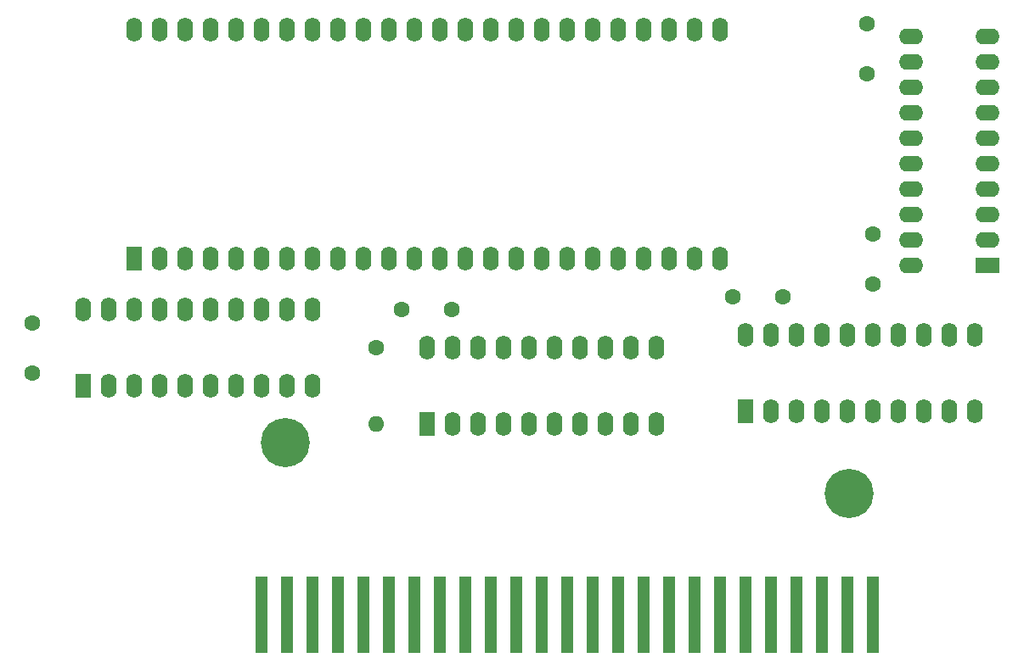
<source format=gbs>
G04 #@! TF.GenerationSoftware,KiCad,Pcbnew,(6.0.9)*
G04 #@! TF.CreationDate,2023-05-01T17:42:56+02:00*
G04 #@! TF.ProjectId,05_Cartucho_MSX_Tang_Nano_9k_Mapper,30355f43-6172-4747-9563-686f5f4d5358,rev?*
G04 #@! TF.SameCoordinates,Original*
G04 #@! TF.FileFunction,Soldermask,Bot*
G04 #@! TF.FilePolarity,Negative*
%FSLAX46Y46*%
G04 Gerber Fmt 4.6, Leading zero omitted, Abs format (unit mm)*
G04 Created by KiCad (PCBNEW (6.0.9)) date 2023-05-01 17:42:56*
%MOMM*%
%LPD*%
G01*
G04 APERTURE LIST*
%ADD10C,1.600000*%
%ADD11R,1.600000X2.400000*%
%ADD12O,1.600000X2.400000*%
%ADD13C,4.900000*%
%ADD14R,1.270000X7.620000*%
%ADD15O,1.600000X1.600000*%
%ADD16R,2.400000X1.600000*%
%ADD17O,2.400000X1.600000*%
G04 APERTURE END LIST*
D10*
X141605000Y-80685000D03*
X141605000Y-85685000D03*
X95250000Y-109220000D03*
X100250000Y-109220000D03*
X58420000Y-115570000D03*
X58420000Y-110570000D03*
D11*
X63505000Y-116840000D03*
D12*
X66045000Y-116840000D03*
X68585000Y-116840000D03*
X71125000Y-116840000D03*
X73665000Y-116840000D03*
X76205000Y-116840000D03*
X78745000Y-116840000D03*
X81285000Y-116840000D03*
X83825000Y-116840000D03*
X86365000Y-116840000D03*
X86365000Y-109220000D03*
X83825000Y-109220000D03*
X81285000Y-109220000D03*
X78745000Y-109220000D03*
X76205000Y-109220000D03*
X73665000Y-109220000D03*
X71125000Y-109220000D03*
X68585000Y-109220000D03*
X66045000Y-109220000D03*
X63505000Y-109220000D03*
D13*
X83660000Y-122465000D03*
X139860000Y-127565000D03*
D14*
X142240000Y-139700000D03*
X139700000Y-139700000D03*
X137160000Y-139700000D03*
X134620000Y-139700000D03*
X132080000Y-139700000D03*
X129540000Y-139700000D03*
X127000000Y-139700000D03*
X124460000Y-139700000D03*
X121920000Y-139700000D03*
X119380000Y-139700000D03*
X116840000Y-139700000D03*
X114300000Y-139700000D03*
X111760000Y-139700000D03*
X109220000Y-139700000D03*
X106680000Y-139700000D03*
X104140000Y-139700000D03*
X101600000Y-139700000D03*
X99060000Y-139700000D03*
X96520000Y-139700000D03*
X93980000Y-139700000D03*
X91440000Y-139700000D03*
X88900000Y-139700000D03*
X86360000Y-139700000D03*
X83820000Y-139700000D03*
X81280000Y-139700000D03*
D11*
X68580000Y-104140000D03*
D12*
X71120000Y-104140000D03*
X73660000Y-104140000D03*
X76200000Y-104140000D03*
X78740000Y-104140000D03*
X81280000Y-104140000D03*
X83820000Y-104140000D03*
X86360000Y-104140000D03*
X88900000Y-104140000D03*
X91440000Y-104140000D03*
X93980000Y-104140000D03*
X96520000Y-104140000D03*
X99060000Y-104140000D03*
X101600000Y-104140000D03*
X104140000Y-104140000D03*
X106680000Y-104140000D03*
X109220000Y-104140000D03*
X111760000Y-104140000D03*
X114300000Y-104140000D03*
X116840000Y-104140000D03*
X119380000Y-104140000D03*
X121920000Y-104140000D03*
X124460000Y-104140000D03*
X127000000Y-104140000D03*
X127000000Y-81280000D03*
X124460000Y-81280000D03*
X121920000Y-81280000D03*
X119380000Y-81280000D03*
X116840000Y-81280000D03*
X114300000Y-81280000D03*
X111760000Y-81280000D03*
X109220000Y-81280000D03*
X106680000Y-81280000D03*
X104140000Y-81280000D03*
X101600000Y-81280000D03*
X99060000Y-81280000D03*
X96520000Y-81280000D03*
X93980000Y-81280000D03*
X91440000Y-81280000D03*
X88900000Y-81280000D03*
X86360000Y-81280000D03*
X83820000Y-81280000D03*
X81280000Y-81280000D03*
X78740000Y-81280000D03*
X76200000Y-81280000D03*
X73660000Y-81280000D03*
X71120000Y-81280000D03*
X68580000Y-81280000D03*
D11*
X129540000Y-119380000D03*
D12*
X132080000Y-119380000D03*
X134620000Y-119380000D03*
X137160000Y-119380000D03*
X139700000Y-119380000D03*
X142240000Y-119380000D03*
X144780000Y-119380000D03*
X147320000Y-119380000D03*
X149860000Y-119380000D03*
X152400000Y-119380000D03*
X152400000Y-111760000D03*
X149860000Y-111760000D03*
X147320000Y-111760000D03*
X144780000Y-111760000D03*
X142240000Y-111760000D03*
X139700000Y-111760000D03*
X137160000Y-111760000D03*
X134620000Y-111760000D03*
X132080000Y-111760000D03*
X129540000Y-111760000D03*
D10*
X142240000Y-106680000D03*
X142240000Y-101680000D03*
X92710000Y-113030000D03*
D15*
X92710000Y-120650000D03*
D10*
X128270000Y-107950000D03*
X133270000Y-107950000D03*
D11*
X97790000Y-120650000D03*
D12*
X100330000Y-120650000D03*
X102870000Y-120650000D03*
X105410000Y-120650000D03*
X107950000Y-120650000D03*
X110490000Y-120650000D03*
X113030000Y-120650000D03*
X115570000Y-120650000D03*
X118110000Y-120650000D03*
X120650000Y-120650000D03*
X120650000Y-113030000D03*
X118110000Y-113030000D03*
X115570000Y-113030000D03*
X113030000Y-113030000D03*
X110490000Y-113030000D03*
X107950000Y-113030000D03*
X105410000Y-113030000D03*
X102870000Y-113030000D03*
X100330000Y-113030000D03*
X97790000Y-113030000D03*
D16*
X153660000Y-104770000D03*
D17*
X153660000Y-102230000D03*
X153660000Y-99690000D03*
X153660000Y-97150000D03*
X153660000Y-94610000D03*
X153660000Y-92070000D03*
X153660000Y-89530000D03*
X153660000Y-86990000D03*
X153660000Y-84450000D03*
X153660000Y-81910000D03*
X146040000Y-81910000D03*
X146040000Y-84450000D03*
X146040000Y-86990000D03*
X146040000Y-89530000D03*
X146040000Y-92070000D03*
X146040000Y-94610000D03*
X146040000Y-97150000D03*
X146040000Y-99690000D03*
X146040000Y-102230000D03*
X146040000Y-104770000D03*
M02*

</source>
